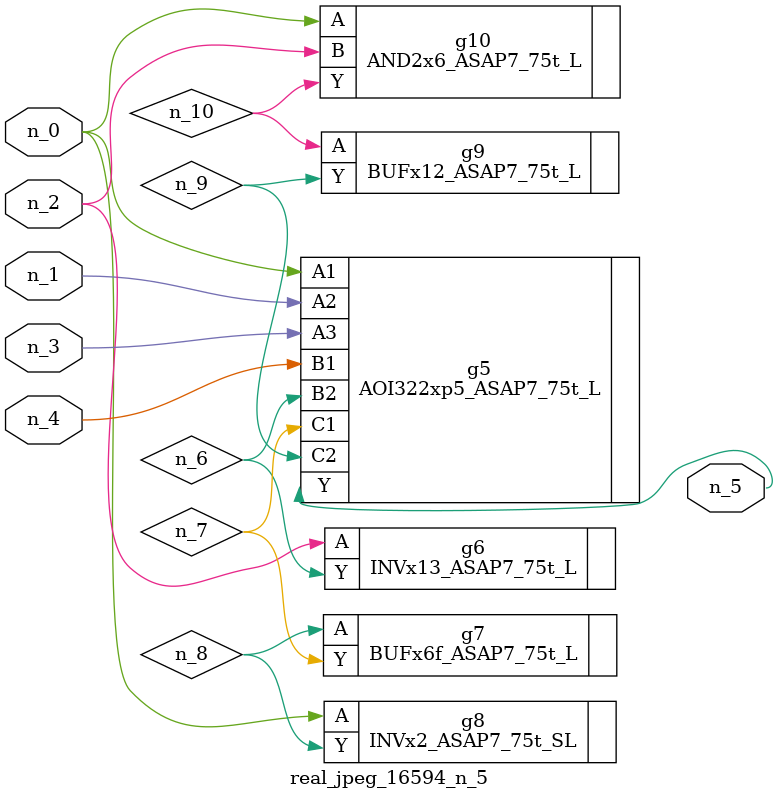
<source format=v>
module real_jpeg_16594_n_5 (n_4, n_0, n_1, n_2, n_3, n_5);

input n_4;
input n_0;
input n_1;
input n_2;
input n_3;

output n_5;

wire n_8;
wire n_6;
wire n_7;
wire n_10;
wire n_9;

AOI322xp5_ASAP7_75t_L g5 ( 
.A1(n_0),
.A2(n_1),
.A3(n_3),
.B1(n_4),
.B2(n_6),
.C1(n_7),
.C2(n_9),
.Y(n_5)
);

INVx2_ASAP7_75t_SL g8 ( 
.A(n_0),
.Y(n_8)
);

AND2x6_ASAP7_75t_L g10 ( 
.A(n_0),
.B(n_2),
.Y(n_10)
);

INVx13_ASAP7_75t_L g6 ( 
.A(n_2),
.Y(n_6)
);

BUFx6f_ASAP7_75t_L g7 ( 
.A(n_8),
.Y(n_7)
);

BUFx12_ASAP7_75t_L g9 ( 
.A(n_10),
.Y(n_9)
);


endmodule
</source>
